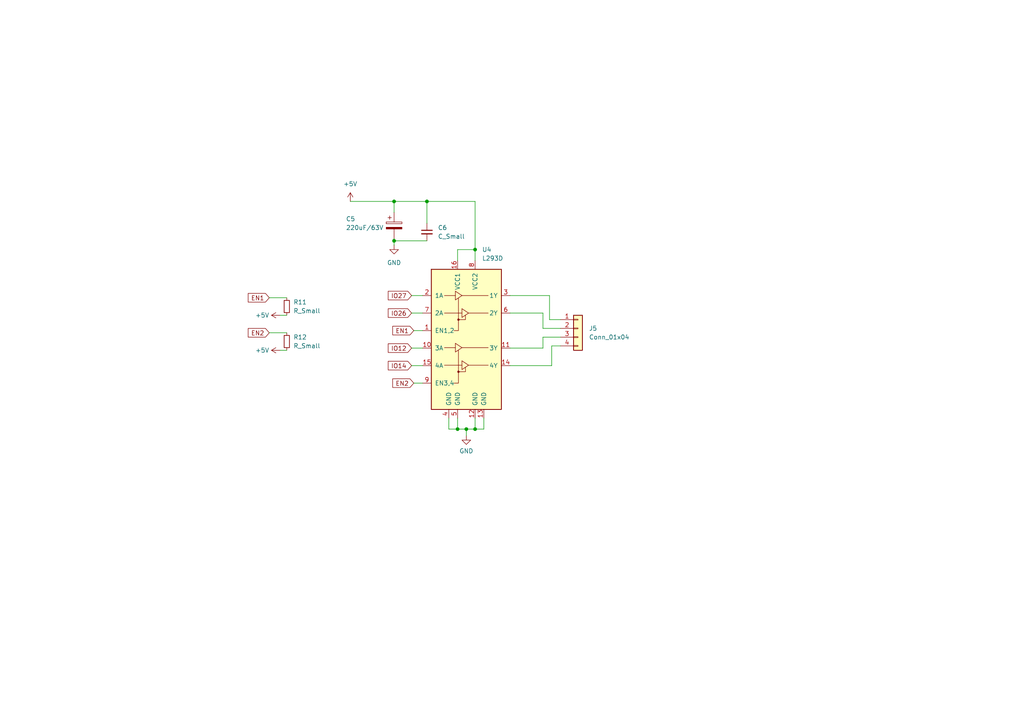
<source format=kicad_sch>
(kicad_sch (version 20211123) (generator eeschema)
  (paper "A4")
  (lib_symbols
    (symbol "Connector_Generic:Conn_01x04" (pin_names (offset 1.016) hide)
      (property "Reference" "J" (at 0 5.08 0))
      (property "Value" "Conn_01x04" (at 0 -7.62 0))
      (symbol "Conn_01x04_1_1"
        (rectangle (start -1.27 -4.953) (end 0 -5.207) (stroke (width 0.1524)))
        (rectangle (start -1.27 -2.413) (end 0 -2.667) (stroke (width 0.1524)))
        (rectangle (start -1.27 0.127) (end 0 -0.127) (stroke (width 0.1524)))
        (rectangle (start -1.27 2.667) (end 0 2.413) (stroke (width 0.1524)))
        (rectangle (start -1.27 3.81) (end 1.27 -6.35) (stroke (width 0.254)) (fill (type background)))
        (pin passive line (at -5.08 2.54 0) (length 3.81) (name "Pin_1") (number "1"))
        (pin passive line (at -5.08 0 0) (length 3.81) (name "Pin_2") (number "2"))
        (pin passive line (at -5.08 -2.54 0) (length 3.81) (name "Pin_3") (number "3"))
        (pin passive line (at -5.08 -5.08 0) (length 3.81) (name "Pin_4") (number "4"))
      )
    )
    (symbol "Device:C_Polarized" (pin_numbers hide) (pin_names (offset 0.254))
      (property "Reference" "C" (at 0.635 2.54 0))
      (property "Value" "C_Polarized" (at 0.635 -2.54 0))
      (symbol "C_Polarized_0_1"
        (rectangle (start -2.286 0.508) (end 2.286 1.016))
        (polyline (pts (xy -1.778 2.286) (xy -0.762 2.286)))
        (polyline (pts (xy -1.27 2.794) (xy -1.27 1.778)))
        (rectangle (start 2.286 -0.508) (end -2.286 -1.016) (fill (type outline)))
      )
      (symbol "C_Polarized_1_1"
        (pin passive line (at 0 3.81 270) (length 2.794) (name "~") (number "1"))
        (pin passive line (at 0 -3.81 90) (length 2.794) (name "~") (number "2"))
      )
    )
    (symbol "Device:C_Small" (pin_numbers hide) (pin_names (offset 0.254) hide)
      (property "Reference" "C" (at 0.254 1.778 0))
      (property "Value" "C_Small" (at 0.254 -2.032 0))
      (symbol "C_Small_0_1"
        (polyline (pts (xy -1.524 -0.508) (xy 1.524 -0.508)) (stroke (width 0.3302)))
        (polyline (pts (xy -1.524 0.508) (xy 1.524 0.508)) (stroke (width 0.3048)))
      )
      (symbol "C_Small_1_1"
        (pin passive line (at 0 2.54 270) (length 2.032) (name "~") (number "1"))
        (pin passive line (at 0 -2.54 90) (length 2.032) (name "~") (number "2"))
      )
    )
    (symbol "Device:R_Small" (pin_numbers hide) (pin_names (offset 0.254) hide)
      (property "Reference" "R" (at 0.762 0.508 0))
      (property "Value" "R_Small" (at 0.762 -1.016 0))
      (symbol "R_Small_0_1"
        (rectangle (start -0.762 1.778) (end 0.762 -1.778) (stroke (width 0.2032)))
      )
      (symbol "R_Small_1_1"
        (pin passive line (at 0 2.54 270) (length 0.762) (name "~") (number "1"))
        (pin passive line (at 0 -2.54 90) (length 0.762) (name "~") (number "2"))
      )
    )
    (symbol "Driver_Motor:L293D" (pin_names (offset 1.016))
      (property "Reference" "U" (at -5.08 26.035 0))
      (property "Value" "L293D" (at -5.08 24.13 0))
      (symbol "L293D_0_1"
        (rectangle (start -10.16 22.86) (end 10.16 -17.78) (stroke (width 0.254)) (fill (type background)))
        (circle (center -2.286 -6.858) (radius 0.254) (fill (type outline)))
        (circle (center -2.286 8.255) (radius 0.254) (fill (type outline)))
        (polyline (pts (xy -6.35 -4.953) (xy -1.27 -4.953)))
        (polyline (pts (xy -6.35 0.127) (xy -3.175 0.127)))
        (polyline (pts (xy -6.35 10.16) (xy -1.27 10.16)))
        (polyline (pts (xy -6.35 15.24) (xy -3.175 15.24)))
        (polyline (pts (xy -1.27 0.127) (xy 6.35 0.127)))
        (polyline (pts (xy -1.27 15.24) (xy 6.35 15.24)))
        (polyline (pts (xy 0.635 -4.953) (xy 6.35 -4.953)))
        (polyline (pts (xy 0.635 10.16) (xy 6.35 10.16)))
        (polyline (pts (xy -2.286 -6.858) (xy -0.254 -6.858) (xy -0.254 -5.588)))
        (polyline (pts (xy -2.286 -0.635) (xy -2.286 -10.16) (xy -3.556 -10.16)))
        (polyline (pts (xy -2.286 8.255) (xy -0.254 8.255) (xy -0.254 9.525)))
        (polyline (pts (xy -2.286 14.478) (xy -2.286 5.08) (xy -3.556 5.08)))
        (polyline (pts (xy -3.175 1.397) (xy -3.175 -1.143) (xy -1.27 0.127) (xy -3.175 1.397)))
        (polyline (pts (xy -3.175 16.51) (xy -3.175 13.97) (xy -1.27 15.24) (xy -3.175 16.51)))
        (polyline (pts (xy -1.27 -3.683) (xy -1.27 -6.223) (xy 0.635 -4.953) (xy -1.27 -3.683)))
        (polyline (pts (xy -1.27 11.43) (xy -1.27 8.89) (xy 0.635 10.16) (xy -1.27 11.43)))
      )
      (symbol "L293D_1_1"
        (pin input line (at -12.7 5.08 0) (length 2.54) (name "EN1,2") (number "1"))
        (pin input line (at -12.7 0 0) (length 2.54) (name "3A") (number "10"))
        (pin output line (at 12.7 0 180) (length 2.54) (name "3Y") (number "11"))
        (pin power_in line (at 2.54 -20.32 90) (length 2.54) (name "GND") (number "12"))
        (pin power_in line (at 5.08 -20.32 90) (length 2.54) (name "GND") (number "13"))
        (pin output line (at 12.7 -5.08 180) (length 2.54) (name "4Y") (number "14"))
        (pin input line (at -12.7 -5.08 0) (length 2.54) (name "4A") (number "15"))
        (pin power_in line (at -2.54 25.4 270) (length 2.54) (name "VCC1") (number "16"))
        (pin input line (at -12.7 15.24 0) (length 2.54) (name "1A") (number "2"))
        (pin output line (at 12.7 15.24 180) (length 2.54) (name "1Y") (number "3"))
        (pin power_in line (at -5.08 -20.32 90) (length 2.54) (name "GND") (number "4"))
        (pin power_in line (at -2.54 -20.32 90) (length 2.54) (name "GND") (number "5"))
        (pin output line (at 12.7 10.16 180) (length 2.54) (name "2Y") (number "6"))
        (pin input line (at -12.7 10.16 0) (length 2.54) (name "2A") (number "7"))
        (pin power_in line (at 2.54 25.4 270) (length 2.54) (name "VCC2") (number "8"))
        (pin input line (at -12.7 -10.16 0) (length 2.54) (name "EN3,4") (number "9"))
      )
    )
    (symbol "power:+5V" (power) (pin_names (offset 0))
      (property "Value" "+5V" (at 0 3.556 0))
      (symbol "+5V_0_1"
        (polyline (pts (xy -0.762 1.27) (xy 0 2.54)))
        (polyline (pts (xy 0 0) (xy 0 2.54)))
        (polyline (pts (xy 0 2.54) (xy 0.762 1.27)))
      )
      (symbol "+5V_1_1"
        (pin power_in line (at 0 0 90) (length 0) hide (name "+5V") (number "1"))
      )
    )
    (symbol "power:GND" (power) (pin_names (offset 0))
      (property "Value" "GND" (at 0 -3.81 0))
      (symbol "GND_0_1"
        (polyline (pts (xy 0 0) (xy 0 -1.27) (xy 1.27 -1.27) (xy 0 -2.54) (xy -1.27 -1.27) (xy 0 -1.27)))
      )
      (symbol "GND_1_1"
        (pin power_in line (at 0 0 270) (length 0) hide (name "GND") (number "1"))
      )
    )
  )
  (junction (at 114.3 58.42))
  (junction (at 114.3 69.85))
  (junction (at 135.255 124.46))
  (junction (at 123.825 58.42))
  (junction (at 137.795 72.39))
  (junction (at 132.715 124.46))
  (junction (at 137.795 124.46))
  (wire (pts (xy 119.38 100.965) (xy 122.555 100.965)))
  (wire (pts (xy 78.105 86.36) (xy 83.185 86.36)))
  (wire (pts (xy 157.48 90.805) (xy 157.48 95.25)))
  (wire (pts (xy 114.3 69.85) (xy 114.3 71.12)))
  (wire (pts (xy 123.825 64.77) (xy 123.825 58.42)))
  (wire (pts (xy 132.715 72.39) (xy 137.795 72.39)))
  (wire (pts (xy 119.38 90.805) (xy 122.555 90.805)))
  (wire (pts (xy 137.795 121.285) (xy 137.795 124.46)))
  (wire (pts (xy 81.28 101.6) (xy 83.185 101.6)))
  (wire (pts (xy 159.385 85.725) (xy 159.385 92.71)))
  (wire (pts (xy 132.715 124.46) (xy 135.255 124.46)))
  (wire (pts (xy 123.825 58.42) (xy 137.795 58.42)))
  (wire (pts (xy 157.48 97.79) (xy 162.56 97.79)))
  (wire (pts (xy 159.385 92.71) (xy 162.56 92.71)))
  (wire (pts (xy 147.955 90.805) (xy 157.48 90.805)))
  (wire (pts (xy 101.6 58.42) (xy 114.3 58.42)))
  (wire (pts (xy 114.3 58.42) (xy 114.3 61.595)))
  (wire (pts (xy 78.105 96.52) (xy 83.185 96.52)))
  (wire (pts (xy 120.015 111.125) (xy 122.555 111.125)))
  (wire (pts (xy 114.3 69.215) (xy 114.3 69.85)))
  (wire (pts (xy 114.3 69.85) (xy 123.825 69.85)))
  (wire (pts (xy 140.335 124.46) (xy 137.795 124.46)))
  (wire (pts (xy 135.255 124.46) (xy 135.255 126.365)))
  (wire (pts (xy 137.795 58.42) (xy 137.795 72.39)))
  (wire (pts (xy 147.955 100.965) (xy 157.48 100.965)))
  (wire (pts (xy 119.38 85.725) (xy 122.555 85.725)))
  (wire (pts (xy 81.28 91.44) (xy 83.185 91.44)))
  (wire (pts (xy 157.48 97.79) (xy 157.48 100.965)))
  (wire (pts (xy 160.02 100.33) (xy 162.56 100.33)))
  (wire (pts (xy 147.955 85.725) (xy 159.385 85.725)))
  (wire (pts (xy 160.02 100.33) (xy 160.02 106.045)))
  (wire (pts (xy 119.38 106.045) (xy 122.555 106.045)))
  (wire (pts (xy 120.015 95.885) (xy 122.555 95.885)))
  (wire (pts (xy 140.335 121.285) (xy 140.335 124.46)))
  (wire (pts (xy 132.715 75.565) (xy 132.715 72.39)))
  (wire (pts (xy 137.795 72.39) (xy 137.795 75.565)))
  (wire (pts (xy 114.3 58.42) (xy 123.825 58.42)))
  (wire (pts (xy 137.795 124.46) (xy 135.255 124.46)))
  (wire (pts (xy 130.175 124.46) (xy 132.715 124.46)))
  (wire (pts (xy 147.955 106.045) (xy 160.02 106.045)))
  (wire (pts (xy 157.48 95.25) (xy 162.56 95.25)))
  (wire (pts (xy 132.715 121.285) (xy 132.715 124.46)))
  (wire (pts (xy 130.175 121.285) (xy 130.175 124.46)))
  (global_label "IO26" (shape input) (at 119.38 90.805 180) (property "Intersheet References" "${INTERSHEET_REFS}" (effects hide)))
  (global_label "EN2" (shape input) (at 120.015 111.125 180) (property "Intersheet References" "${INTERSHEET_REFS}" (effects hide)))
  (global_label "EN1" (shape input) (at 120.015 95.885 180) (property "Intersheet References" "${INTERSHEET_REFS}" (effects hide)))
  (global_label "EN2" (shape input) (at 78.105 96.52 180) (property "Intersheet References" "${INTERSHEET_REFS}" (effects hide)))
  (global_label "IO27" (shape input) (at 119.38 85.725 180) (property "Intersheet References" "${INTERSHEET_REFS}" (effects hide)))
  (global_label "IO12" (shape input) (at 119.38 100.965 180) (property "Intersheet References" "${INTERSHEET_REFS}" (effects hide)))
  (global_label "EN1" (shape input) (at 78.105 86.36 180) (property "Intersheet References" "${INTERSHEET_REFS}" (effects hide)))
  (global_label "IO14" (shape input) (at 119.38 106.045 180) (property "Intersheet References" "${INTERSHEET_REFS}" (effects hide)))
  (symbol (lib_id "power:GND") (at 114.3 71.12 0) (unit 1)
    (property "Reference" "#PWR0119" (effects hide))
    (property "Value" "GND" (at 114.3 76.2 0))
  )
  (symbol (lib_id "Device:C_Polarized") (at 114.3 65.405 0) (unit 1)
    (property "Reference" "C5" (at 100.33 63.5 0) (effects (justify left)))
    (property "Value" "220uF/63V" (at 100.33 66.04 0) (effects (justify left)))
    (property "Footprint" "Capacitor_SMD:CP_Elec_8x6.7" (effects hide))
  )
  (symbol (lib_id "power:+5V") (at 81.28 101.6 90) (unit 1)
    (property "Reference" "#PWR0117" (effects hide))
    (property "Value" "+5V" (at 78.105 101.5999 90) (effects (justify left)))
  )
  (symbol (lib_id "power:GND") (at 135.255 126.365 0) (unit 1)
    (property "Reference" "#PWR0115" (effects hide))
    (property "Value" "GND" (at 135.255 130.81 0))
  )
  (symbol (lib_id "Device:R_Small") (at 83.185 99.06 0) (unit 1)
    (property "Reference" "R12" (at 85.09 97.7899 0) (effects (justify left)))
    (property "Value" "R_Small" (at 85.09 100.3299 0) (effects (justify left)))
    (property "Footprint" "Resistor_SMD:R_0603_1608Metric" (effects hide))
  )
  (symbol (lib_id "power:+5V") (at 101.6 58.42 0) (unit 1)
    (property "Reference" "#PWR0116" (effects hide))
    (property "Value" "+5V" (at 101.6 53.34 0))
  )
  (symbol (lib_id "Device:R_Small") (at 83.185 88.9 0) (unit 1)
    (property "Reference" "R11" (at 85.09 87.6299 0) (effects (justify left)))
    (property "Value" "R_Small" (at 85.09 90.1699 0) (effects (justify left)))
    (property "Footprint" "Resistor_SMD:R_0603_1608Metric" (effects hide))
  )
  (symbol (lib_id "Connector_Generic:Conn_01x04") (at 167.64 95.25 0) (unit 1)
    (property "Reference" "J5" (at 170.815 95.2499 0) (effects (justify left)))
    (property "Value" "Conn_01x04" (at 170.815 97.7899 0) (effects (justify left)))
    (property "Footprint" "Connector_Phoenix_MC:PhoenixContact_MC_1,5_4-G-3.81_1x04_P3.81mm_Horizontal" (effects hide))
  )
  (symbol (lib_id "power:+5V") (at 81.28 91.44 90) (unit 1)
    (property "Reference" "#PWR0118" (effects hide))
    (property "Value" "+5V" (at 78.105 91.4399 90) (effects (justify left)))
  )
  (symbol (lib_id "Driver_Motor:L293D") (at 135.255 100.965 0) (unit 1)
    (property "Reference" "U4" (at 139.8144 72.39 0) (effects (justify left)))
    (property "Value" "L293D" (at 139.8144 74.93 0) (effects (justify left)))
    (property "Footprint" "Package_DIP:DIP-16_W7.62mm" (effects hide))
    (property "Datasheet" "http://www.ti.com/lit/ds/symlink/l293.pdf" (effects hide))
  )
  (symbol (lib_id "Device:C_Small") (at 123.825 67.31 0) (unit 1)
    (property "Reference" "C6" (at 127 66.0462 0) (effects (justify left)))
    (property "Value" "C_Small" (at 127 68.5862 0) (effects (justify left)))
    (property "Footprint" "Capacitor_SMD:C_0805_2012Metric" (effects hide))
  )
)
</source>
